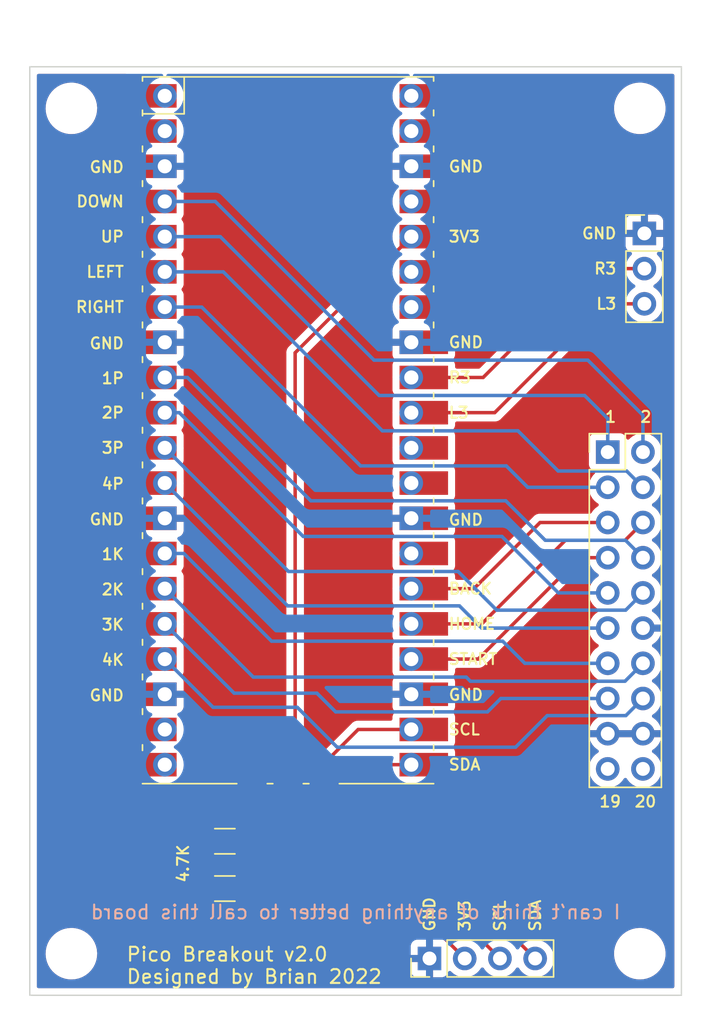
<source format=kicad_pcb>
(kicad_pcb (version 20211014) (generator pcbnew)
  (layers (0 "F.Cu" signal) (31 "B.Cu" signal) (34 "B.Paste" user) (35 "F.Paste" user) (36 "B.SilkS" user "B.Silkscreen") (37 "F.SilkS" user "F.Silkscreen") (38 "B.Mask" user) (39 "F.Mask" user) (44 "Edge.Cuts" user))
  (net 0 "")
  (net 11 "GND")
  (net 12 "3V3")
  (net 13 "SCL")
  (net 14 "SDA")
  (net 15 "R3")
  (net 16 "L3")
  (net 17 "UP")
  (net 18 "DOWN")
  (net 19 "RIGHT")
  (net 20 "LEFT")
  (net 21 "BACK")
  (net 22 "HOME")
  (net 23 "START")
  (net 24 "1P")
  (net 25 "2P")
  (net 26 "3P")
  (net 27 "4P")
  (net 28 "1K")
  (net 29 "2K")
  (net 30 "3K")
  (net 31 "4K")
  (footprint "MountingHole:MountingHole_2.7mm_M2.5" (layer "F.Cu") (at 56 39)
    (fp_text reference "H1" hide)
    (fp_text value "MountingHole")
    (pad "" np_thru_hole circle (at 0 0) (size 2.7 2.7) (drill 2.7) (layers *.Cu *.Mask))
  )
  (footprint "MountingHole:MountingHole_2.7mm_M2.5" (layer "F.Cu") (at 97 39)
    (fp_text reference "H2" hide)
    (fp_text value "MountingHole")
    (pad "" np_thru_hole circle (at 0 0) (size 2.7 2.7) (drill 2.7) (layers *.Cu *.Mask))
  )
  (footprint "Resistor_SMD:R_1206_3216Metric_Pad1.30x1.75mm_HandSolder" (layer "F.Cu") (at 67.07 91.886)
    (fp_text reference "R1" hide)
    (fp_text value "R_Small")
    (fp_line (start -0.727064 -0.91) (end 0.727064 -0.91) (layer "F.SilkS") (width 0.12))
    (fp_line (start -0.727064 0.91) (end 0.727064 0.91) (layer "F.SilkS") (width 0.12))
    (pad "1" smd roundrect (at -1.55 0) (size 1.3 1.75) (layers "F.Cu" "F.Paste" "F.Mask") (roundrect_rratio 0.192308) (net 12 "3V3"))
    (pad "2" smd roundrect (at 1.55 0) (size 1.3 1.75) (layers "F.Cu" "F.Paste" "F.Mask") (roundrect_rratio 0.192308) (net 13 "SCL"))
  )
  (footprint "MountingHole:MountingHole_2.7mm_M2.5" (layer "F.Cu") (at 97 100)
    (fp_text reference "H4" hide)
    (fp_text value "MountingHole")
    (pad "" np_thru_hole circle (at 0 0) (size 2.7 2.7) (drill 2.7) (layers *.Cu *.Mask))
  )
  (footprint "Resistor_SMD:R_1206_3216Metric_Pad1.30x1.75mm_HandSolder" (layer "F.Cu") (at 67.07 95.3)
    (fp_text reference "R2" hide)
    (fp_text value "R_Small")
    (fp_line (start -0.727064 -0.91) (end 0.727064 -0.91) (layer "F.SilkS") (width 0.12))
    (fp_line (start -0.727064 0.91) (end 0.727064 0.91) (layer "F.SilkS") (width 0.12))
    (pad "1" smd roundrect (at -1.55 0) (size 1.3 1.75) (layers "F.Cu" "F.Paste" "F.Mask") (roundrect_rratio 0.192308) (net 12 "3V3"))
    (pad "2" smd roundrect (at 1.55 0) (size 1.3 1.75) (layers "F.Cu" "F.Paste" "F.Mask") (roundrect_rratio 0.192308) (net 14 "SDA"))
  )
  (footprint "RPi_Pico:RPi_Pico_SMD_TH" (layer "F.Cu") (at 71.628 62.23)
    (fp_text reference "Pico1" hide)
    (fp_text value "Pico")
    (fp_text user "1K" (at -12.639905 8.95) (layer "F.SilkS") (effects (font (size 0.8 0.8))))
    (fp_text user "GND" (at 12.827238 -19.03) (layer "F.SilkS") (effects (font (size 0.8 0.8))))
    (fp_text user "2P" (at -12.639905 -1.27) (layer "F.SilkS") (effects (font (size 0.8 0.8))))
    (fp_text user "BACK" (at 13.151048 11.43) (layer "F.SilkS") (effects (font (size 0.8 0.8))))
    (fp_text user "3P" (at -12.639905 1.27) (layer "F.SilkS") (effects (font (size 0.8 0.8))))
    (fp_text user "GND" (at -13.078 -18.99) (layer "F.SilkS") (effects (font (size 0.8 0.8))))
    (fp_text user "3K" (at -12.639905 14.03) (layer "F.SilkS") (effects (font (size 0.8 0.8))))
    (fp_text user "1P" (at -12.639905 -3.75) (layer "F.SilkS") (effects (font (size 0.8 0.8))))
    (fp_text user "4K" (at -12.639905 16.57) (layer "F.SilkS") (effects (font (size 0.8 0.8))))
    (fp_text user "4P" (at -12.639905 3.87) (layer "F.SilkS") (effects (font (size 0.8 0.8))))
    (fp_text user "2K" (at -12.639905 11.49) (layer "F.SilkS") (effects (font (size 0.8 0.8))))
    (fp_line (start -10.5 20.1) (end -10.5 20.5) (layer "F.SilkS") (width 0.12))
    (fp_line (start -10.5 -23.1) (end -10.5 -22.7) (layer "F.SilkS") (width 0.12))
    (fp_line (start -10.5 -5.3) (end -10.5 -4.9) (layer "F.SilkS") (width 0.12))
    (fp_line (start -10.5 -10.4) (end -10.5 -10) (layer "F.SilkS") (width 0.12))
    (fp_line (start -10.5 17.6) (end -10.5 18) (layer "F.SilkS") (width 0.12))
    (fp_line (start 10.5 7.4) (end 10.5 7.8) (layer "F.SilkS") (width 0.12))
    (fp_line (start -10.5 -22.833) (end -7.493 -22.833) (layer "F.SilkS") (width 0.12))
    (fp_line (start 10.5 25.5) (end 3.7 25.5) (layer "F.SilkS") (width 0.12))
    (fp_line (start 10.5 -15.4) (end 10.5 -15) (layer "F.SilkS") (width 0.12))
    (fp_line (start 10.5 -7.8) (end 10.5 -7.4) (layer "F.SilkS") (width 0.12))
    (fp_line (start 10.5 -18) (end 10.5 -17.6) (layer "F.SilkS") (width 0.12))
    (fp_line (start 10.5 20.1) (end 10.5 20.5) (layer "F.SilkS") (width 0.12))
    (fp_line (start 10.5 -12.9) (end 10.5 -12.5) (layer "F.SilkS") (width 0.12))
    (fp_line (start 10.5 12.5) (end 10.5 12.9) (layer "F.SilkS") (width 0.12))
    (fp_line (start -10.5 22.7) (end -10.5 23.1) (layer "F.SilkS") (width 0.12))
    (fp_line (start 10.5 -23.1) (end 10.5 -22.7) (layer "F.SilkS") (width 0.12))
    (fp_line (start 10.5 -10.4) (end 10.5 -10) (layer "F.SilkS") (width 0.12))
    (fp_line (start 10.5 15.1) (end 10.5 15.5) (layer "F.SilkS") (width 0.12))
    (fp_line (start -10.5 10) (end -10.5 10.4) (layer "F.SilkS") (width 0.12))
    (fp_line (start -10.5 15.1) (end -10.5 15.5) (layer "F.SilkS") (width 0.12))
    (fp_line (start -10.5 12.5) (end -10.5 12.9) (layer "F.SilkS") (width 0.12))
    (fp_line (start -10.5 -7.8) (end -10.5 -7.4) (layer "F.SilkS") (width 0.12))
    (fp_line (start -3.7 25.5) (end -10.5 25.5) (layer "F.SilkS") (width 0.12))
    (fp_line (start 10.5 10) (end 10.5 10.4) (layer "F.SilkS") (width 0.12))
    (fp_line (start 10.5 -20.5) (end 10.5 -20.1) (layer "F.SilkS") (width 0.12))
    (fp_line (start 10.5 -5.3) (end 10.5 -4.9) (layer "F.SilkS") (width 0.12))
    (fp_line (start -10.5 4.9) (end -10.5 5.3) (layer "F.SilkS") (width 0.12))
    (fp_line (start -7.493 -22.833) (end -7.493 -25.5) (layer "F.SilkS") (width 0.12))
    (fp_line (start -10.5 -2.7) (end -10.5 -2.3) (layer "F.SilkS") (width 0.12))
    (fp_line (start -10.5 -15.4) (end -10.5 -15) (layer "F.SilkS") (width 0.12))
    (fp_line (start -10.5 -0.2) (end -10.5 0.2) (layer "F.SilkS") (width 0.12))
    (fp_line (start 10.5 -25.5) (end 10.5 -25.2) (layer "F.SilkS") (width 0.12))
    (fp_line (start 10.5 2.3) (end 10.5 2.7) (layer "F.SilkS") (width 0.12))
    (fp_line (start -10.5 7.4) (end -10.5 7.8) (layer "F.SilkS") (width 0.12))
    (fp_line (start -10.5 -25.5) (end -10.5 -25.2) (layer "F.SilkS") (width 0.12))
    (fp_line (start -10.5 2.3) (end -10.5 2.7) (layer "F.SilkS") (width 0.12))
    (fp_line (start -10.5 -20.5) (end -10.5 -20.1) (layer "F.SilkS") (width 0.12))
    (fp_line (start 10.5 -2.7) (end 10.5 -2.3) (layer "F.SilkS") (width 0.12))
    (fp_line (start 10.5 -0.2) (end 10.5 0.2) (layer "F.SilkS") (width 0.12))
    (fp_line (start -10.5 -12.9) (end -10.5 -12.5) (layer "F.SilkS") (width 0.12))
    (fp_line (start 10.5 22.7) (end 10.5 23.1) (layer "F.SilkS") (width 0.12))
    (fp_line (start 1.1 25.5) (end 1.5 25.5) (layer "F.SilkS") (width 0.12))
    (fp_line (start -10.5 -18) (end -10.5 -17.6) (layer "F.SilkS") (width 0.12))
    (fp_line (start 10.5 4.9) (end 10.5 5.3) (layer "F.SilkS") (width 0.12))
    (fp_line (start 10.5 17.6) (end 10.5 18) (layer "F.SilkS") (width 0.12))
    (fp_line (start -1.5 25.5) (end -1.1 25.5) (layer "F.SilkS") (width 0.12))
    (fp_line (start -10.5 -25.5) (end 10.5 -25.5) (layer "F.SilkS") (width 0.12))
    (pad "1" thru_hole oval (at -8.89 -24.13) (size 1.7 1.7) (drill 1.02) (layers *.Cu *.Mask))
    (pad "1" smd rect (at -8.89 -24.13) (size 3.5 1.7) (drill (offset -0.9 0)) (layers "F.Cu" "F.Mask"))
    (pad "2" smd rect (at -8.89 -21.59) (size 3.5 1.7) (drill (offset -0.9 0)) (layers "F.Cu" "F.Mask"))
    (pad "2" thru_hole oval (at -8.89 -21.59) (size 1.7 1.7) (drill 1.02) (layers *.Cu *.Mask))
    (pad "3" smd rect (at -8.89 -19.05) (size 3.5 1.7) (drill (offset -0.9 0)) (layers "F.Cu" "F.Mask") (net 11 "GND"))
    (pad "3" thru_hole rect (at -8.89 -19.05) (size 1.7 1.7) (drill 1.02) (layers *.Cu *.Mask) (net 11 "GND"))
    (pad "4" thru_hole oval (at -8.89 -16.51) (size 1.7 1.7) (drill 1.02) (layers *.Cu *.Mask) (net 18 "DOWN"))
    (pad "4" smd rect (at -8.89 -16.51) (size 3.5 1.7) (drill (offset -0.9 0)) (layers "F.Cu" "F.Mask") (net 18 "DOWN"))
    (pad "5" smd rect (at -8.89 -13.97) (size 3.5 1.7) (drill (offset -0.9 0)) (layers "F.Cu" "F.Mask") (net 17 "UP"))
    (pad "5" thru_hole oval (at -8.89 -13.97) (size 1.7 1.7) (drill 1.02) (layers *.Cu *.Mask) (net 17 "UP"))
    (pad "6" smd rect (at -8.89 -11.43) (size 3.5 1.7) (drill (offset -0.9 0)) (layers "F.Cu" "F.Mask") (net 20 "LEFT"))
    (pad "6" thru_hole oval (at -8.89 -11.43) (size 1.7 1.7) (drill 1.02) (layers *.Cu *.Mask) (net 20 "LEFT"))
    (pad "7" thru_hole oval (at -8.89 -8.89) (size 1.7 1.7) (drill 1.02) (layers *.Cu *.Mask) (net 19 "RIGHT"))
    (pad "7" smd rect (at -8.89 -8.89) (size 3.5 1.7) (drill (offset -0.9 0)) (layers "F.Cu" "F.Mask") (net 19 "RIGHT"))
    (pad "8" thru_hole rect (at -8.89 -6.35) (size 1.7 1.7) (drill 1.02) (layers *.Cu *.Mask) (net 11 "GND"))
    (pad "8" smd rect (at -8.89 -6.35) (size 3.5 1.7) (drill (offset -0.9 0)) (layers "F.Cu" "F.Mask") (net 11 "GND"))
    (pad "9" smd rect (at -8.89 -3.81) (size 3.5 1.7) (drill (offset -0.9 0)) (layers "F.Cu" "F.Mask") (net 24 "1P"))
    (pad "9" thru_hole oval (at -8.89 -3.81) (size 1.7 1.7) (drill 1.02) (layers *.Cu *.Mask) (net 24 "1P"))
    (pad "10" smd rect (at -8.89 -1.27) (size 3.5 1.7) (drill (offset -0.9 0)) (layers "F.Cu" "F.Mask") (net 25 "2P"))
    (pad "10" thru_hole oval (at -8.89 -1.27) (size 1.7 1.7) (drill 1.02) (layers *.Cu *.Mask) (net 25 "2P"))
    (pad "11" smd rect (at -8.89 1.27) (size 3.5 1.7) (drill (offset -0.9 0)) (layers "F.Cu" "F.Mask") (net 26 "3P"))
    (pad "11" thru_hole oval (at -8.89 1.27) (size 1.7 1.7) (drill 1.02) (layers *.Cu *.Mask) (net 26 "3P"))
    (pad "12" smd rect (at -8.89 3.81) (size 3.5 1.7) (drill (offset -0.9 0)) (layers "F.Cu" "F.Mask") (net 27 "4P"))
    (pad "12" thru_hole oval (at -8.89 3.81) (size 1.7 1.7) (drill 1.02) (layers *.Cu *.Mask) (net 27 "4P"))
    (pad "13" smd rect (at -8.89 6.35) (size 3.5 1.7) (drill (offset -0.9 0)) (layers "F.Cu" "F.Mask") (net 11 "GND"))
    (pad "13" thru_hole rect (at -8.89 6.35) (size 1.7 1.7) (drill 1.02) (layers *.Cu *.Mask) (net 11 "GND"))
    (pad "14" smd rect (at -8.89 8.89) (size 3.5 1.7) (drill (offset -0.9 0)) (layers "F.Cu" "F.Mask") (net 28 "1K"))
    (pad "14" thru_hole oval (at -8.89 8.89) (size 1.7 1.7) (drill 1.02) (layers *.Cu *.Mask) (net 28 "1K"))
    (pad "15" smd rect (at -8.89 11.43) (size 3.5 1.7) (drill (offset -0.9 0)) (layers "F.Cu" "F.Mask") (net 29 "2K"))
    (pad "15" thru_hole oval (at -8.89 11.43) (size 1.7 1.7) (drill 1.02) (layers *.Cu *.Mask) (net 29 "2K"))
    (pad "16" smd rect (at -8.89 13.97) (size 3.5 1.7) (drill (offset -0.9 0)) (layers "F.Cu" "F.Mask") (net 30 "3K"))
    (pad "16" thru_hole oval (at -8.89 13.97) (size 1.7 1.7) (drill 1.02) (layers *.Cu *.Mask) (net 30 "3K"))
    (pad "17" thru_hole oval (at -8.89 16.51) (size 1.7 1.7) (drill 1.02) (layers *.Cu *.Mask) (net 31 "4K"))
    (pad "17" smd rect (at -8.89 16.51) (size 3.5 1.7) (drill (offset -0.9 0)) (layers "F.Cu" "F.Mask") (net 31 "4K"))
    (pad "18" smd rect (at -8.89 19.05) (size 3.5 1.7) (drill (offset -0.9 0)) (layers "F.Cu" "F.Mask") (net 11 "GND"))
    (pad "18" thru_hole rect (at -8.89 19.05) (size 1.7 1.7) (drill 1.02) (layers *.Cu *.Mask) (net 11 "GND"))
    (pad "19" smd rect (at -8.89 21.59) (size 3.5 1.7) (drill (offset -0.9 0)) (layers "F.Cu" "F.Mask"))
    (pad "19" thru_hole oval (at -8.89 21.59) (size 1.7 1.7) (drill 1.02) (layers *.Cu *.Mask))
    (pad "20" smd rect (at -8.89 24.13) (size 3.5 1.7) (drill (offset -0.9 0)) (layers "F.Cu" "F.Mask"))
    (pad "20" thru_hole oval (at -8.89 24.13) (size 1.7 1.7) (drill 1.02) (layers *.Cu *.Mask))
    (pad "21" smd rect (at 8.89 24.13) (size 3.5 1.7) (drill (offset 0.9 0)) (layers "F.Cu" "F.Mask") (net 14 "SDA"))
    (pad "21" thru_hole oval (at 8.89 24.13) (size 1.7 1.7) (drill 1.02) (layers *.Cu *.Mask) (net 14 "SDA"))
    (pad "22" smd rect (at 8.89 21.59) (size 3.5 1.7) (drill (offset 0.9 0)) (layers "F.Cu" "F.Mask") (net 13 "SCL"))
    (pad "22" thru_hole oval (at 8.89 21.59) (size 1.7 1.7) (drill 1.02) (layers *.Cu *.Mask) (net 13 "SCL"))
    (pad "23" thru_hole rect (at 8.89 19.05) (size 1.7 1.7) (drill 1.02) (layers *.Cu *.Mask) (net 11 "GND"))
    (pad "23" smd rect (at 8.89 19.05) (size 3.5 1.7) (drill (offset 0.9 0)) (layers "F.Cu" "F.Mask") (net 11 "GND"))
    (pad "24" smd rect (at 8.89 16.51) (size 3.5 1.7) (drill (offset 0.9 0)) (layers "F.Cu" "F.Mask") (net 23 "START"))
    (pad "24" thru_hole oval (at 8.89 16.51) (size 1.7 1.7) (drill 1.02) (layers *.Cu *.Mask) (net 23 "START"))
    (pad "25" smd rect (at 8.89 13.97) (size 3.5 1.7) (drill (offset 0.9 0)) (layers "F.Cu" "F.Mask") (net 22 "HOME"))
    (pad "25" thru_hole oval (at 8.89 13.97) (size 1.7 1.7) (drill 1.02) (layers *.Cu *.Mask) (net 22 "HOME"))
    (pad "26" smd rect (at 8.89 11.43) (size 3.5 1.7) (drill (offset 0.9 0)) (layers "F.Cu" "F.Mask") (net 21 "BACK"))
    (pad "26" thru_hole oval (at 8.89 11.43) (size 1.7 1.7) (drill 1.02) (layers *.Cu *.Mask) (net 21 "BACK"))
    (pad "27" smd rect (at 8.89 8.89) (size 3.5 1.7) (drill (offset 0.9 0)) (layers "F.Cu" "F.Mask"))
    (pad "27" thru_hole oval (at 8.89 8.89) (size 1.7 1.7) (drill 1.02) (layers *.Cu *.Mask))
    (pad "28" smd rect (at 8.89 6.35) (size 3.5 1.7) (drill (offset 0.9 0)) (layers "F.Cu" "F.Mask") (net 11 "GND"))
    (pad "28" thru_hole rect (at 8.89 6.35) (size 1.7 1.7) (drill 1.02) (layers *.Cu *.Mask) (net 11 "GND"))
    (pad "29" thru_hole oval (at 8.89 3.81) (size 1.7 1.7) (drill 1.02) (layers *.Cu *.Mask))
    (pad "29" smd rect (at 8.89 3.81) (size 3.5 1.7) (drill (offset 0.9 0)) (layers "F.Cu" "F.Mask"))
    (pad "30" smd rect (at 8.89 1.27) (size 3.5 1.7) (drill (offset 0.9 0)) (layers "F.Cu" "F.Mask"))
    (pad "30" thru_hole oval (at 8.89 1.27) (size 1.7 1.7) (drill 1.02) (layers *.Cu *.Mask))
    (pad "31" smd rect (at 8.89 -1.27) (size 3.5 1.7) (drill (offset 0.9 0)) (layers "F.Cu" "F.Mask") (net 16 "L3"))
    (pad "31" thru_hole oval (at 8.89 -1.27) (size 1.7 1.7) (drill 1.02) (layers *.Cu *.Mask) (net 16 "L3"))
    (pad "32" smd rect (at 8.89 -3.81) (size 3.5 1.7) (drill (offset 0.9 0)) (layers "F.Cu" "F.Mask") (net 15 "R3"))
    (pad "32" thru_hole oval (at 8.89 -3.81) (size 1.7 1.7) (drill 1.02) (layers *.Cu *.Mask) (net 15 "R3"))
    (pad "33" thru_hole rect (at 8.89 -6.35) (size 1.7 1.7) (drill 1.02) (layers *.Cu *.Mask) (net 11 "GND"))
    (pad "33" smd rect (at 8.89 -6.35) (size 3.5 1.7) (drill (offset 0.9 0)) (layers "F.Cu" "F.Mask") (net 11 "GND"))
    (pad "34" smd rect (at 8.89 -8.89) (size 3.5 1.7) (drill (offset 0.9 0)) (layers "F.Cu" "F.Mask"))
    (pad "34" thru_hole oval (at 8.89 -8.89) (size 1.7 1.7) (drill 1.02) (layers *.Cu *.Mask))
    (pad "35" thru_hole oval (at 8.89 -11.43) (size 1.7 1.7) (drill 1.02) (layers *.Cu *.Mask))
    (pad "35" smd rect (at 8.89 -11.43) (size 3.5 1.7) (drill (offset 0.9 0)) (layers "F.Cu" "F.Mask"))
    (pad "36" smd rect (at 8.89 -13.97) (size 3.5 1.7) (drill (offset 0.9 0)) (layers "F.Cu" "F.Mask") (net 12 "3V3"))
    (pad "36" thru_hole oval (at 8.89 -13.97) (size 1.7 1.7) (drill 1.02) (layers *.Cu *.Mask) (net 12 "3V3"))
    (pad "37" smd rect (at 8.89 -16.51) (size 3.5 1.7) (drill (offset 0.9 0)) (layers "F.Cu" "F.Mask"))
    (pad "37" thru_hole oval (at 8.89 -16.51) (size 1.7 1.7) (drill 1.02) (layers *.Cu *.Mask))
    (pad "38" smd rect (at 8.89 -19.05) (size 3.5 1.7) (drill (offset 0.9 0)) (layers "F.Cu" "F.Mask") (net 11 "GND"))
    (pad "38" thru_hole rect (at 8.89 -19.05) (size 1.7 1.7) (drill 1.02) (layers *.Cu *.Mask) (net 11 "GND"))
    (pad "39" thru_hole oval (at 8.89 -21.59) (size 1.7 1.7) (drill 1.02) (layers *.Cu *.Mask))
    (pad "39" smd rect (at 8.89 -21.59) (size 3.5 1.7) (drill (offset 0.9 0)) (layers "F.Cu" "F.Mask"))
    (pad "40" thru_hole oval (at 8.89 -24.13) (size 1.7 1.7) (drill 1.02) (layers *.Cu *.Mask))
    (pad "40" smd rect (at 8.89 -24.13) (size 3.5 1.7) (drill (offset 0.9 0)) (layers "F.Cu" "F.Mask"))
  )
  (footprint "Connector_PinHeader_2.54mm:PinHeader_1x04_P2.54mm_Vertical" (layer "F.Cu") (at 81.83 100.345714 90)
    (fp_text reference "J1" hide)
    (fp_text value "Conn_01x04")
    (fp_line (start 1.33 1.27) (end 1.33 8.95) (layer "F.SilkS") (width 0.12))
    (fp_line (start -1.33 8.95) (end 1.33 8.95) (layer "F.SilkS") (width 0.12))
    (fp_line (start -1.33 0) (end -1.33 -1.33) (layer "F.SilkS") (width 0.12))
    (fp_line (start -1.33 1.27) (end 1.33 1.27) (layer "F.SilkS") (width 0.12))
    (fp_line (start -1.33 -1.33) (end 0 -1.33) (layer "F.SilkS") (width 0.12))
    (fp_line (start -1.33 1.27) (end -1.33 8.95) (layer "F.SilkS") (width 0.12))
    (pad "1" thru_hole rect (at 0 0 90) (size 1.7 1.7) (drill 1) (layers *.Cu *.Mask) (net 11 "GND"))
    (pad "2" thru_hole oval (at 0 2.54 90) (size 1.7 1.7) (drill 1) (layers *.Cu *.Mask) (net 12 "3V3"))
    (pad "3" thru_hole oval (at 0 5.08 90) (size 1.7 1.7) (drill 1) (layers *.Cu *.Mask) (net 13 "SCL"))
    (pad "4" thru_hole oval (at 0 7.62 90) (size 1.7 1.7) (drill 1) (layers *.Cu *.Mask) (net 14 "SDA"))
  )
  (footprint "Connector_PinHeader_2.54mm:PinHeader_2x10_P2.54mm_Vertical" (layer "F.Cu") (at 94.685 63.805)
    (fp_text reference "J2" hide)
    (fp_text value "Conn_02x10_Odd_Even" hide)
    (fp_line (start -1.33 0) (end -1.33 -1.33) (layer "F.SilkS") (width 0.12))
    (fp_line (start -1.33 -1.33) (end 0 -1.33) (layer "F.SilkS") (width 0.12))
    (fp_line (start -1.33 1.27) (end -1.33 24.19) (layer "F.SilkS") (width 0.12))
    (fp_line (start -1.33 24.19) (end 3.87 24.19) (layer "F.SilkS") (width 0.12))
    (fp_line (start 3.87 -1.33) (end 3.87 24.19) (layer "F.SilkS") (width 0.12))
    (fp_line (start 1.27 1.27) (end 1.27 -1.33) (layer "F.SilkS") (width 0.12))
    (fp_line (start 1.27 -1.33) (end 3.87 -1.33) (layer "F.SilkS") (width 0.12))
    (fp_line (start -1.33 1.27) (end 1.27 1.27) (layer "F.SilkS") (width 0.12))
    (pad "1" thru_hole rect (at 0 0) (size 1.7 1.7) (drill 1) (layers *.Cu *.Mask) (net 17 "UP"))
    (pad "2" thru_hole oval (at 2.54 0) (size 1.7 1.7) (drill 1) (layers *.Cu *.Mask) (net 18 "DOWN"))
    (pad "3" thru_hole oval (at 0 2.54) (size 1.7 1.7) (drill 1) (layers *.Cu *.Mask) (net 19 "RIGHT"))
    (pad "4" thru_hole oval (at 2.54 2.54) (size 1.7 1.7) (drill 1) (layers *.Cu *.Mask) (net 20 "LEFT"))
    (pad "5" thru_hole oval (at 0 5.08) (size 1.7 1.7) (drill 1) (layers *.Cu *.Mask) (net 21 "BACK"))
    (pad "6" thru_hole oval (at 2.54 5.08) (size 1.7 1.7) (drill 1) (layers *.Cu *.Mask) (net 22 "HOME"))
    (pad "7" thru_hole oval (at 0 7.62) (size 1.7 1.7) (drill 1) (layers *.Cu *.Mask) (net 23 "START"))
    (pad "8" thru_hole oval (at 2.54 7.62) (size 1.7 1.7) (drill 1) (layers *.Cu *.Mask) (net 24 "1P"))
    (pad "9" thru_hole oval (at 0 10.16) (size 1.7 1.7) (drill 1) (layers *.Cu *.Mask) (net 25 "2P"))
    (pad "10" thru_hole oval (at 2.54 10.16) (size 1.7 1.7) (drill 1) (layers *.Cu *.Mask) (net 26 "3P"))
    (pad "11" thru_hole oval (at 0 12.7) (size 1.7 1.7) (drill 1) (layers *.Cu *.Mask) (net 27 "4P"))
    (pad "12" thru_hole oval (at 2.54 12.7) (size 1.7 1.7) (drill 1) (layers *.Cu *.Mask) (net 11 "GND"))
    (pad "13" thru_hole oval (at 0 15.24) (size 1.7 1.7) (drill 1) (layers *.Cu *.Mask) (net 28 "1K"))
    (pad "14" thru_hole oval (at 2.54 15.24) (size 1.7 1.7) (drill 1) (layers *.Cu *.Mask) (net 29 "2K"))
    (pad "15" thru_hole oval (at 0 17.78) (size 1.7 1.7) (drill 1) (layers *.Cu *.Mask) (net 30 "3K"))
    (pad "16" thru_hole oval (at 2.54 17.78) (size 1.7 1.7) (drill 1) (layers *.Cu *.Mask) (net 31 "4K"))
    (pad "17" thru_hole oval (at 0 20.32) (size 1.7 1.7) (drill 1) (layers *.Cu *.Mask) (net 11 "GND"))
    (pad "18" thru_hole oval (at 2.54 20.32) (size 1.7 1.7) (drill 1) (layers *.Cu *.Mask) (net 11 "GND"))
    (pad "19" thru_hole oval (at 0 22.86) (size 1.7 1.7) (drill 1) (layers *.Cu *.Mask))
    (pad "20" thru_hole oval (at 2.54 22.86) (size 1.7 1.7) (drill 1) (layers *.Cu *.Mask))
  )
  (footprint "MountingHole:MountingHole_2.7mm_M2.5" (layer "F.Cu") (at 56 100)
    (fp_text reference "H3" hide)
    (fp_text value "MountingHole")
    (pad "" np_thru_hole circle (at 0 0) (size 2.7 2.7) (drill 2.7) (layers *.Cu *.Mask))
  )
  (footprint "Connector_PinHeader_2.54mm:PinHeader_1x03_P2.54mm_Vertical" (layer "F.Cu") (at 97.33 48.025)
    (fp_text reference "J3" hide)
    (fp_text value "Conn_01x03")
    (fp_line (start 1.33 1.27) (end 1.33 6.41) (layer "F.SilkS") (width 0.12))
    (fp_line (start -1.33 -1.33) (end 0 -1.33) (layer "F.SilkS") (width 0.12))
    (fp_line (start -1.33 1.27) (end -1.33 6.41) (layer "F.SilkS") (width 0.12))
    (fp_line (start -1.33 0) (end -1.33 -1.33) (layer "F.SilkS") (width 0.12))
    (fp_line (start -1.33 1.27) (end 1.33 1.27) (layer "F.SilkS") (width 0.12))
    (fp_line (start -1.33 6.41) (end 1.33 6.41) (layer "F.SilkS") (width 0.12))
    (pad "1" thru_hole rect (at 0 0) (size 1.7 1.7) (drill 1) (layers *.Cu *.Mask) (net 11 "GND"))
    (pad "2" thru_hole oval (at 0 2.54) (size 1.7 1.7) (drill 1) (layers *.Cu *.Mask) (net 15 "R3"))
    (pad "3" thru_hole oval (at 0 5.08) (size 1.7 1.7) (drill 1) (layers *.Cu *.Mask) (net 16 "L3"))
  )
  (gr_rect (start 100 103) (end 53 36) (layer "Edge.Cuts") (width 0.1) (fill none))
  (gr_text "I can't think of anything better to call this board" (at 76.5 97) (layer "B.SilkS") (effects (font (size 1 1)) (justify mirror)))
  (gr_text "UP" (at 58.95 48.26) (layer "F.SilkS") (effects (font (size 0.8 0.8))))
  (gr_text "R3" (at 84.017143 58.42) (layer "F.SilkS") (effects (font (size 0.8 0.8))))
  (gr_text "20" (at 97.405 89.025) (layer "F.SilkS") (effects (font (size 0.8 0.8))))
  (gr_text "GND\n" (at 84.455238 68.69) (layer "F.SilkS") (effects (font (size 0.8 0.8))))
  (gr_text "GND\n" (at 94.07 48.025) (layer "F.SilkS") (effects (font (size 0.8 0.8))))
  (gr_text "R3" (at 94.508095 50.565) (layer "F.SilkS") (effects (font (size 0.8 0.8))))
  (gr_text "L3" (at 83.940953 60.96) (layer "F.SilkS") (effects (font (size 0.8 0.8))))
  (gr_text "3V3" (at 84.340953 48.26) (layer "F.SilkS") (effects (font (size 0.8 0.8))))
  (gr_text "19" (at 94.865 89.025) (layer "F.SilkS") (effects (font (size 0.8 0.8))))
  (gr_text "SCL" (at 86.91 97.269047 90) (layer "F.SilkS") (effects (font (size 0.8 0.8))))
  (gr_text "SDA" (at 89.45 97.25 90) (layer "F.SilkS") (effects (font (size 0.8 0.8))))
  (gr_text "LEFT" (at 58.435714 50.8) (layer "F.SilkS") (effects (font (size 0.8 0.8))))
  (gr_text "GND" (at 81.83 97.154762 90) (layer "F.SilkS") (effects (font (size 0.8 0.8))))
  (gr_text "4.7K" (at 64.06 93.496 90) (layer "F.SilkS") (effects (font (size 0.8 0.8))))
  (gr_text "GND" (at 84.455238 55.88) (layer "F.SilkS") (effects (font (size 0.8 0.8))))
  (gr_text "Pico Breakout v2.0\nDesigned by Brian 2022" (at 59.9 100.85) (layer "F.SilkS") (effects (font (size 1 1)) (justify left)))
  (gr_text "GND" (at 58.55 68.66) (layer "F.SilkS") (effects (font (size 0.8 0.8))))
  (gr_text "START" (at 84.969524 78.74) (layer "F.SilkS") (effects (font (size 0.8 0.8))))
  (gr_text "HOME" (at 84.893334 76.2) (layer "F.SilkS") (effects (font (size 0.8 0.8))))
  (gr_text "GND" (at 58.55 55.96) (layer "F.SilkS") (effects (font (size 0.8 0.8))))
  (gr_text "RIGHT" (at 58.054762 53.34) (layer "F.SilkS") (effects (font (size 0.8 0.8))))
  (gr_text "DOWN" (at 58.07381 45.72) (layer "F.SilkS") (effects (font (size 0.8 0.8))))
  (gr_text "2" (at 97.435 61.265) (layer "F.SilkS") (effects (font (size 0.8 0.8))))
  (gr_text "L3" (at 94.584286 53.105) (layer "F.SilkS") (effects (font (size 0.8 0.8))))
  (gr_text "GND" (at 58.55 81.36) (layer "F.SilkS") (effects (font (size 0.8 0.8))))
  (gr_text "3V3" (at 84.37 97.269047 90) (layer "F.SilkS") (effects (font (size 0.8 0.8))))
  (gr_text "SDA" (at 84.36 86.36) (layer "F.SilkS") (effects (font (size 0.8 0.8))))
  (gr_text "GND\n" (at 84.455238 81.32) (layer "F.SilkS") (effects (font (size 0.8 0.8))))
  (gr_text "1" (at 94.895 61.265) (layer "F.SilkS") (effects (font (size 0.8 0.8))))
  (gr_text "SCL" (at 84.340953 83.82) (layer "F.SilkS") (effects (font (size 0.8 0.8))))
  (segment (start 66.62 98.44) (end 65.52 97.34) (width 0.25) (layer "F.Cu") (net 12))
  (segment (start 82.464286 98.44) (end 66.62 98.44) (width 0.25) (layer "F.Cu") (net 12))
  (segment (start 65.52 97.34) (end 65.52 95.3) (width 0.25) (layer "F.Cu") (net 12))
  (segment (start 65.52 91.886) (end 72.14 85.266) (width 0.25) (layer "F.Cu") (net 12))
  (segment (start 65.52 95.3) (end 65.52 91.886) (width 0.25) (layer "F.Cu") (net 12))
  (segment (start 84.37 100.345714) (end 82.464286 98.44) (width 0.25) (layer "F.Cu") (net 12))
  (segment (start 72.14 85.266) (end 72.14 56.638) (width 0.25) (layer "F.Cu") (net 12))
  (segment (start 72.14 56.638) (end 80.518 48.26) (width 0.25) (layer "F.Cu") (net 12))
  (segment (start 67.01 96.54) (end 67.01 93.496) (width 0.25) (layer "F.Cu") (net 13))
  (segment (start 84.454286 97.89) (end 68.36 97.89) (width 0.25) (layer "F.Cu") (net 13))
  (segment (start 76.686 83.82) (end 80.518 83.82) (width 0.25) (layer "F.Cu") (net 13))
  (segment (start 68.62 91.886) (end 76.686 83.82) (width 0.25) (layer "F.Cu") (net 13))
  (segment (start 68.36 97.89) (end 67.01 96.54) (width 0.25) (layer "F.Cu") (net 13))
  (segment (start 67.01 93.496) (end 68.62 91.886) (width 0.25) (layer "F.Cu") (net 13))
  (segment (start 86.91 100.345714) (end 84.454286 97.89) (width 0.25) (layer "F.Cu") (net 13))
  (segment (start 86.474286 97.37) (end 69.43 97.37) (width 0.25) (layer "F.Cu") (net 14))
  (segment (start 68.62 95.3) (end 77.56 86.36) (width 0.25) (layer "F.Cu") (net 14))
  (segment (start 69.43 97.37) (end 68.62 96.56) (width 0.25) (layer "F.Cu") (net 14))
  (segment (start 89.45 100.345714) (end 86.474286 97.37) (width 0.25) (layer "F.Cu") (net 14))
  (segment (start 68.62 96.56) (end 68.62 95.3) (width 0.25) (layer "F.Cu") (net 14))
  (segment (start 77.56 86.36) (end 80.518 86.36) (width 0.25) (layer "F.Cu") (net 14))
  (segment (start 85.7 58.42) (end 93.555 50.565) (width 0.25) (layer "F.Cu") (net 15))
  (segment (start 93.555 50.565) (end 97.33 50.565) (width 0.25) (layer "F.Cu") (net 15))
  (segment (start 80.518 58.42) (end 85.7 58.42) (width 0.25) (layer "F.Cu") (net 15))
  (segment (start 94.385 53.105) (end 97.33 53.105) (width 0.25) (layer "F.Cu") (net 16))
  (segment (start 86.53 60.96) (end 94.385 53.105) (width 0.25) (layer "F.Cu") (net 16))
  (segment (start 80.518 60.96) (end 86.53 60.96) (width 0.25) (layer "F.Cu") (net 16))
  (segment (start 94.685 61.385) (end 94.685 63.805) (width 0.25) (layer "B.Cu") (net 17))
  (segment (start 78.2 59.72) (end 93.02 59.72) (width 0.25) (layer "B.Cu") (net 17))
  (segment (start 62.738 48.26) (end 66.74 48.26) (width 0.25) (layer "B.Cu") (net 17))
  (segment (start 66.74 48.26) (end 78.2 59.72) (width 0.25) (layer "B.Cu") (net 17))
  (segment (start 93.02 59.72) (end 94.685 61.385) (width 0.25) (layer "B.Cu") (net 17))
  (segment (start 97.225 61.145) (end 97.225 63.805) (width 0.25) (layer "B.Cu") (net 18))
  (segment (start 66.38 45.72) (end 77.83 57.17) (width 0.25) (layer "B.Cu") (net 18))
  (segment (start 93.25 57.17) (end 97.225 61.145) (width 0.25) (layer "B.Cu") (net 18))
  (segment (start 77.83 57.17) (end 93.25 57.17) (width 0.25) (layer "B.Cu") (net 18))
  (segment (start 62.738 45.72) (end 66.38 45.72) (width 0.25) (layer "B.Cu") (net 18))
  (segment (start 76.86 64.8) (end 87.37 64.8) (width 0.25) (layer "B.Cu") (net 19))
  (segment (start 87.37 64.8) (end 88.915 66.345) (width 0.25) (layer "B.Cu") (net 19))
  (segment (start 65.4 53.34) (end 76.86 64.8) (width 0.25) (layer "B.Cu") (net 19))
  (segment (start 62.738 53.34) (end 65.4 53.34) (width 0.25) (layer "B.Cu") (net 19))
  (segment (start 88.915 66.345) (end 94.685 66.345) (width 0.25) (layer "B.Cu") (net 19))
  (segment (start 78.43 62.27) (end 88.21 62.27) (width 0.25) (layer "B.Cu") (net 20))
  (segment (start 62.738 50.8) (end 66.96 50.8) (width 0.25) (layer "B.Cu") (net 20))
  (segment (start 66.96 50.8) (end 78.43 62.27) (width 0.25) (layer "B.Cu") (net 20))
  (segment (start 88.21 62.27) (end 91.11 65.17) (width 0.25) (layer "B.Cu") (net 20))
  (segment (start 91.11 65.17) (end 96.05 65.17) (width 0.25) (layer "B.Cu") (net 20))
  (segment (start 96.05 65.17) (end 97.225 66.345) (width 0.25) (layer "B.Cu") (net 20))
  (segment (start 85.03 73.66) (end 89.805 68.885) (width 0.25) (layer "F.Cu") (net 21))
  (segment (start 80.518 73.66) (end 85.03 73.66) (width 0.25) (layer "F.Cu") (net 21))
  (segment (start 89.805 68.885) (end 94.685 68.885) (width 0.25) (layer "F.Cu") (net 21))
  (segment (start 91.63 70.17) (end 95.94 70.17) (width 0.25) (layer "F.Cu") (net 22))
  (segment (start 95.94 70.17) (end 97.225 68.885) (width 0.25) (layer "F.Cu") (net 22))
  (segment (start 80.518 76.2) (end 85.6 76.2) (width 0.25) (layer "F.Cu") (net 22))
  (segment (start 85.6 76.2) (end 91.63 70.17) (width 0.25) (layer "F.Cu") (net 22))
  (segment (start 80.518 78.74) (end 85.34 78.74) (width 0.25) (layer "F.Cu") (net 23))
  (segment (start 85.34 78.74) (end 92.655 71.425) (width 0.25) (layer "F.Cu") (net 23))
  (segment (start 92.655 71.425) (end 94.685 71.425) (width 0.25) (layer "F.Cu") (net 23))
  (segment (start 87.33 67.32) (end 90.18 70.17) (width 0.25) (layer "B.Cu") (net 24))
  (segment (start 62.738 58.42) (end 64.37 58.42) (width 0.25) (layer "B.Cu") (net 24))
  (segment (start 95.97 70.17) (end 97.225 71.425) (width 0.25) (layer "B.Cu") (net 24))
  (segment (start 73.27 67.32) (end 87.33 67.32) (width 0.25) (layer "B.Cu") (net 24))
  (segment (start 90.18 70.17) (end 95.97 70.17) (width 0.25) (layer "B.Cu") (net 24))
  (segment (start 64.37 58.42) (end 73.27 67.32) (width 0.25) (layer "B.Cu") (net 24))
  (segment (start 87.05 69.89) (end 91.125 73.965) (width 0.25) (layer "B.Cu") (net 25))
  (segment (start 72.72 69.89) (end 87.05 69.89) (width 0.25) (layer "B.Cu") (net 25))
  (segment (start 91.125 73.965) (end 94.685 73.965) (width 0.25) (layer "B.Cu") (net 25))
  (segment (start 63.79 60.96) (end 72.72 69.89) (width 0.25) (layer "B.Cu") (net 25))
  (segment (start 62.738 60.96) (end 63.79 60.96) (width 0.25) (layer "B.Cu") (net 25))
  (segment (start 97.225 73.965) (end 95.98 75.21) (width 0.25) (layer "B.Cu") (net 26))
  (segment (start 86.68 75.21) (end 83.89 72.42) (width 0.25) (layer "B.Cu") (net 26))
  (segment (start 71.658 72.42) (end 62.738 63.5) (width 0.25) (layer "B.Cu") (net 26))
  (segment (start 83.89 72.42) (end 71.658 72.42) (width 0.25) (layer "B.Cu") (net 26))
  (segment (start 95.98 75.21) (end 86.68 75.21) (width 0.25) (layer "B.Cu") (net 26))
  (segment (start 85.595 76.505) (end 83.99 74.9) (width 0.25) (layer "B.Cu") (net 27))
  (segment (start 83.99 74.9) (end 71.598 74.9) (width 0.25) (layer "B.Cu") (net 27))
  (segment (start 94.685 76.505) (end 85.595 76.505) (width 0.25) (layer "B.Cu") (net 27))
  (segment (start 71.598 74.9) (end 62.738 66.04) (width 0.25) (layer "B.Cu") (net 27))
  (segment (start 70.44 77.45) (end 87.11 77.45) (width 0.25) (layer "B.Cu") (net 28))
  (segment (start 62.738 71.12) (end 64.11 71.12) (width 0.25) (layer "B.Cu") (net 28))
  (segment (start 87.11 77.45) (end 88.705 79.045) (width 0.25) (layer "B.Cu") (net 28))
  (segment (start 64.11 71.12) (end 70.44 77.45) (width 0.25) (layer "B.Cu") (net 28))
  (segment (start 88.705 79.045) (end 94.685 79.045) (width 0.25) (layer "B.Cu") (net 28))
  (segment (start 84.48 80.04) (end 69.118 80.04) (width 0.25) (layer "B.Cu") (net 29))
  (segment (start 84.78 80.34) (end 84.48 80.04) (width 0.25) (layer "B.Cu") (net 29))
  (segment (start 97.225 79.045) (end 95.93 80.34) (width 0.25) (layer "B.Cu") (net 29))
  (segment (start 95.93 80.34) (end 84.78 80.34) (width 0.25) (layer "B.Cu") (net 29))
  (segment (start 69.118 80.04) (end 62.738 73.66) (width 0.25) (layer "B.Cu") (net 29))
  (segment (start 86.01 82.55) (end 75.06 82.55) (width 0.25) (layer "B.Cu") (net 30))
  (segment (start 75.06 82.55) (end 73.71 81.2) (width 0.25) (layer "B.Cu") (net 30))
  (segment (start 86.975 81.585) (end 86.01 82.55) (width 0.25) (layer "B.Cu") (net 30))
  (segment (start 73.71 81.2) (end 67.738 81.2) (width 0.25) (layer "B.Cu") (net 30))
  (segment (start 67.738 81.2) (end 62.738 76.2) (width 0.25) (layer "B.Cu") (net 30))
  (segment (start 94.685 81.585) (end 86.975 81.585) (width 0.25) (layer "B.Cu") (net 30))
  (segment (start 75.17 85.1) (end 88.04 85.1) (width 0.25) (layer "B.Cu") (net 31))
  (segment (start 90.32 82.82) (end 95.99 82.82) (width 0.25) (layer "B.Cu") (net 31))
  (segment (start 66.218 82.22) (end 72.29 82.22) (width 0.25) (layer "B.Cu") (net 31))
  (segment (start 62.738 78.74) (end 66.218 82.22) (width 0.25) (layer "B.Cu") (net 31))
  (segment (start 72.29 82.22) (end 75.17 85.1) (width 0.25) (layer "B.Cu") (net 31))
  (segment (start 88.04 85.1) (end 90.32 82.82) (width 0.25) (layer "B.Cu") (net 31))
  (segment (start 95.99 82.82) (end 97.225 81.585) (width 0.25) (layer "B.Cu") (net 31))
  (zone (net 11) (net_name "GND") (layers F&B.Cu) (connect_pads (clearance 0.508)) (min_thickness 0.254) (fill yes (thermal_gap 0.508) (thermal_bridge_width 0.508))
    (polygon (pts (xy 100 103) (xy 53 103) (xy 53 36) (xy 100 36)))
  )
)
</source>
